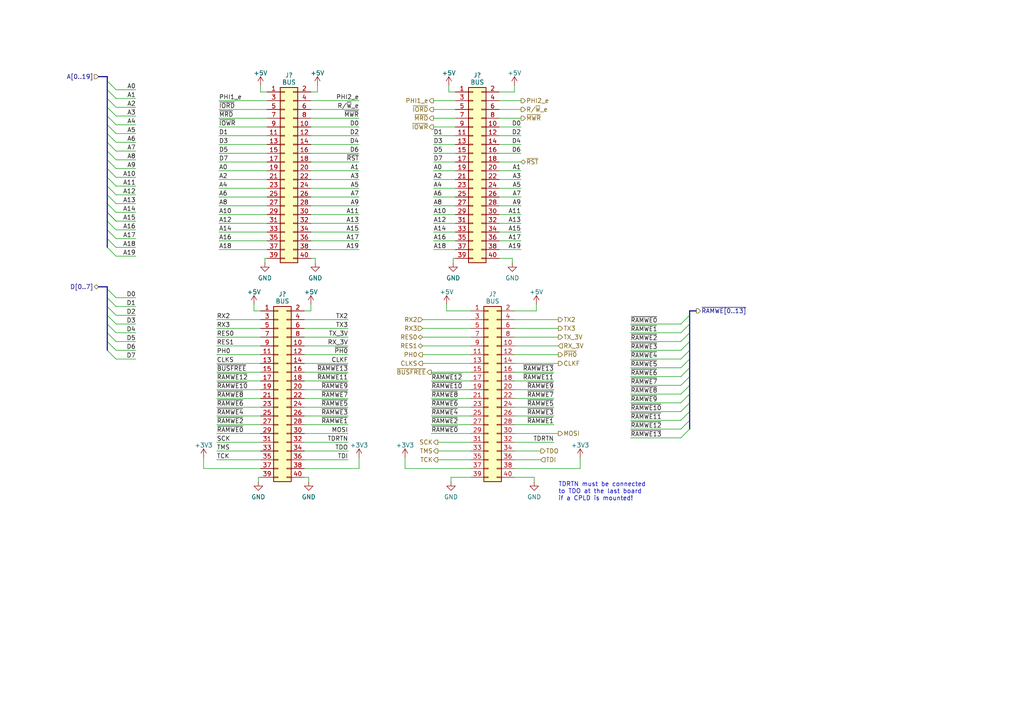
<source format=kicad_sch>
(kicad_sch (version 20230121) (generator eeschema)
  (paper "A4")
  (title_block (title "Unicomp v2 - empty Board") (date "2023-07-06") (rev "v1") (company "100% Offner") (comment 1 "v1: Initial"))
  (lib_symbols
    (symbol "Connector_Generic:Conn_02x20_Odd_Even" (pin_names (offset 1.016) hide)
      (property "Reference" "J" (at 1.27 25.4 0))
      (property "Value" "Conn_02x20_Odd_Even" (at 1.27 -27.94 0))
      (symbol "Conn_02x20_Odd_Even_1_1"
        (rectangle (start -1.27 -25.273) (end 0 -25.527) (stroke (width 0.1524)))
        (rectangle (start -1.27 -22.733) (end 0 -22.987) (stroke (width 0.1524)))
        (rectangle (start -1.27 -20.193) (end 0 -20.447) (stroke (width 0.1524)))
        (rectangle (start -1.27 -17.653) (end 0 -17.907) (stroke (width 0.1524)))
        (rectangle (start -1.27 -15.113) (end 0 -15.367) (stroke (width 0.1524)))
        (rectangle (start -1.27 -12.573) (end 0 -12.827) (stroke (width 0.1524)))
        (rectangle (start -1.27 -10.033) (end 0 -10.287) (stroke (width 0.1524)))
        (rectangle (start -1.27 -7.493) (end 0 -7.747) (stroke (width 0.1524)))
        (rectangle (start -1.27 -4.953) (end 0 -5.207) (stroke (width 0.1524)))
        (rectangle (start -1.27 -2.413) (end 0 -2.667) (stroke (width 0.1524)))
        (rectangle (start -1.27 0.127) (end 0 -0.127) (stroke (width 0.1524)))
        (rectangle (start -1.27 2.667) (end 0 2.413) (stroke (width 0.1524)))
        (rectangle (start -1.27 5.207) (end 0 4.953) (stroke (width 0.1524)))
        (rectangle (start -1.27 7.747) (end 0 7.493) (stroke (width 0.1524)))
        (rectangle (start -1.27 10.287) (end 0 10.033) (stroke (width 0.1524)))
        (rectangle (start -1.27 12.827) (end 0 12.573) (stroke (width 0.1524)))
        (rectangle (start -1.27 15.367) (end 0 15.113) (stroke (width 0.1524)))
        (rectangle (start -1.27 17.907) (end 0 17.653) (stroke (width 0.1524)))
        (rectangle (start -1.27 20.447) (end 0 20.193) (stroke (width 0.1524)))
        (rectangle (start -1.27 22.987) (end 0 22.733) (stroke (width 0.1524)))
        (rectangle (start -1.27 24.13) (end 3.81 -26.67) (stroke (width 0.254)) (fill (type background)))
        (rectangle (start 3.81 -25.273) (end 2.54 -25.527) (stroke (width 0.1524)))
        (rectangle (start 3.81 -22.733) (end 2.54 -22.987) (stroke (width 0.1524)))
        (rectangle (start 3.81 -20.193) (end 2.54 -20.447) (stroke (width 0.1524)))
        (rectangle (start 3.81 -17.653) (end 2.54 -17.907) (stroke (width 0.1524)))
        (rectangle (start 3.81 -15.113) (end 2.54 -15.367) (stroke (width 0.1524)))
        (rectangle (start 3.81 -12.573) (end 2.54 -12.827) (stroke (width 0.1524)))
        (rectangle (start 3.81 -10.033) (end 2.54 -10.287) (stroke (width 0.1524)))
        (rectangle (start 3.81 -7.493) (end 2.54 -7.747) (stroke (width 0.1524)))
        (rectangle (start 3.81 -4.953) (end 2.54 -5.207) (stroke (width 0.1524)))
        (rectangle (start 3.81 -2.413) (end 2.54 -2.667) (stroke (width 0.1524)))
        (rectangle (start 3.81 0.127) (end 2.54 -0.127) (stroke (width 0.1524)))
        (rectangle (start 3.81 2.667) (end 2.54 2.413) (stroke (width 0.1524)))
        (rectangle (start 3.81 5.207) (end 2.54 4.953) (stroke (width 0.1524)))
        (rectangle (start 3.81 7.747) (end 2.54 7.493) (stroke (width 0.1524)))
        (rectangle (start 3.81 10.287) (end 2.54 10.033) (stroke (width 0.1524)))
        (rectangle (start 3.81 12.827) (end 2.54 12.573) (stroke (width 0.1524)))
        (rectangle (start 3.81 15.367) (end 2.54 15.113) (stroke (width 0.1524)))
        (rectangle (start 3.81 17.907) (end 2.54 17.653) (stroke (width 0.1524)))
        (rectangle (start 3.81 20.447) (end 2.54 20.193) (stroke (width 0.1524)))
        (rectangle (start 3.81 22.987) (end 2.54 22.733) (stroke (width 0.1524)))
        (pin passive line (at -5.08 22.86 0) (length 3.81) (name "Pin_1") (number "1"))
        (pin passive line (at 7.62 12.7 180) (length 3.81) (name "Pin_10") (number "10"))
        (pin passive line (at -5.08 10.16 0) (length 3.81) (name "Pin_11") (number "11"))
        (pin passive line (at 7.62 10.16 180) (length 3.81) (name "Pin_12") (number "12"))
        (pin passive line (at -5.08 7.62 0) (length 3.81) (name "Pin_13") (number "13"))
        (pin passive line (at 7.62 7.62 180) (length 3.81) (name "Pin_14") (number "14"))
        (pin passive line (at -5.08 5.08 0) (length 3.81) (name "Pin_15") (number "15"))
        (pin passive line (at 7.62 5.08 180) (length 3.81) (name "Pin_16") (number "16"))
        (pin passive line (at -5.08 2.54 0) (length 3.81) (name "Pin_17") (number "17"))
        (pin passive line (at 7.62 2.54 180) (length 3.81) (name "Pin_18") (number "18"))
        (pin passive line (at -5.08 0 0) (length 3.81) (name "Pin_19") (number "19"))
        (pin passive line (at 7.62 22.86 180) (length 3.81) (name "Pin_2") (number "2"))
        (pin passive line (at 7.62 0 180) (length 3.81) (name "Pin_20") (number "20"))
        (pin passive line (at -5.08 -2.54 0) (length 3.81) (name "Pin_21") (number "21"))
        (pin passive line (at 7.62 -2.54 180) (length 3.81) (name "Pin_22") (number "22"))
        (pin passive line (at -5.08 -5.08 0) (length 3.81) (name "Pin_23") (number "23"))
        (pin passive line (at 7.62 -5.08 180) (length 3.81) (name "Pin_24") (number "24"))
        (pin passive line (at -5.08 -7.62 0) (length 3.81) (name "Pin_25") (number "25"))
        (pin passive line (at 7.62 -7.62 180) (length 3.81) (name "Pin_26") (number "26"))
        (pin passive line (at -5.08 -10.16 0) (length 3.81) (name "Pin_27") (number "27"))
        (pin passive line (at 7.62 -10.16 180) (length 3.81) (name "Pin_28") (number "28"))
        (pin passive line (at -5.08 -12.7 0) (length 3.81) (name "Pin_29") (number "29"))
        (pin passive line (at -5.08 20.32 0) (length 3.81) (name "Pin_3") (number "3"))
        (pin passive line (at 7.62 -12.7 180) (length 3.81) (name "Pin_30") (number "30"))
        (pin passive line (at -5.08 -15.24 0) (length 3.81) (name "Pin_31") (number "31"))
        (pin passive line (at 7.62 -15.24 180) (length 3.81) (name "Pin_32") (number "32"))
        (pin passive line (at -5.08 -17.78 0) (length 3.81) (name "Pin_33") (number "33"))
        (pin passive line (at 7.62 -17.78 180) (length 3.81) (name "Pin_34") (number "34"))
        (pin passive line (at -5.08 -20.32 0) (length 3.81) (name "Pin_35") (number "35"))
        (pin passive line (at 7.62 -20.32 180) (length 3.81) (name "Pin_36") (number "36"))
        (pin passive line (at -5.08 -22.86 0) (length 3.81) (name "Pin_37") (number "37"))
        (pin passive line (at 7.62 -22.86 180) (length 3.81) (name "Pin_38") (number "38"))
        (pin passive line (at -5.08 -25.4 0) (length 3.81) (name "Pin_39") (number "39"))
        (pin passive line (at 7.62 20.32 180) (length 3.81) (name "Pin_4") (number "4"))
        (pin passive line (at 7.62 -25.4 180) (length 3.81) (name "Pin_40") (number "40"))
        (pin passive line (at -5.08 17.78 0) (length 3.81) (name "Pin_5") (number "5"))
        (pin passive line (at 7.62 17.78 180) (length 3.81) (name "Pin_6") (number "6"))
        (pin passive line (at -5.08 15.24 0) (length 3.81) (name "Pin_7") (number "7"))
        (pin passive line (at 7.62 15.24 180) (length 3.81) (name "Pin_8") (number "8"))
        (pin passive line (at -5.08 12.7 0) (length 3.81) (name "Pin_9") (number "9"))
      )
    )
    (symbol "power:+3V3" (power) (pin_names (offset 0))
      (property "Value" "+3V3" (at 0 3.556 0))
      (symbol "+3V3_0_1"
        (polyline (pts (xy -0.762 1.27) (xy 0 2.54)))
        (polyline (pts (xy 0 0) (xy 0 2.54)))
        (polyline (pts (xy 0 2.54) (xy 0.762 1.27)))
      )
      (symbol "+3V3_1_1"
        (pin power_in line (at 0 0 90) (length 0) hide (name "+3V3") (number "1"))
      )
    )
    (symbol "power:+5V" (power) (pin_names (offset 0))
      (property "Value" "+5V" (at 0 3.556 0))
      (symbol "+5V_0_1"
        (polyline (pts (xy -0.762 1.27) (xy 0 2.54)))
        (polyline (pts (xy 0 0) (xy 0 2.54)))
        (polyline (pts (xy 0 2.54) (xy 0.762 1.27)))
      )
      (symbol "+5V_1_1"
        (pin power_in line (at 0 0 90) (length 0) hide (name "+5V") (number "1"))
      )
    )
    (symbol "power:GND" (power) (pin_names (offset 0))
      (property "Value" "GND" (at 0 -3.81 0))
      (symbol "GND_0_1"
        (polyline (pts (xy 0 0) (xy 0 -1.27) (xy 1.27 -1.27) (xy 0 -2.54) (xy -1.27 -1.27) (xy 0 -1.27)))
      )
      (symbol "GND_1_1"
        (pin power_in line (at 0 0 270) (length 0) hide (name "GND") (number "1"))
      )
    )
  )
  (bus_entry (at 200.025 101.6) (size -2.54 2.54))
  (bus_entry (at 31.115 56.515) (size 2.54 2.54))
  (bus_entry (at 31.115 48.895) (size 2.54 2.54))
  (bus_entry (at 31.115 33.655) (size 2.54 2.54))
  (bus_entry (at 31.115 61.595) (size 2.54 2.54))
  (bus_entry (at 200.025 119.38) (size -2.54 2.54))
  (bus_entry (at 31.115 71.755) (size 2.54 2.54))
  (bus_entry (at 31.115 91.44) (size 2.54 2.54))
  (bus_entry (at 200.025 93.98) (size -2.54 2.54))
  (bus_entry (at 200.025 106.68) (size -2.54 2.54))
  (bus_entry (at 31.115 83.82) (size 2.54 2.54))
  (bus_entry (at 31.115 99.06) (size 2.54 2.54))
  (bus_entry (at 200.025 121.92) (size -2.54 2.54))
  (bus_entry (at 200.025 96.52) (size -2.54 2.54))
  (bus_entry (at 31.115 36.195) (size 2.54 2.54))
  (bus_entry (at 31.115 23.495) (size 2.54 2.54))
  (bus_entry (at 31.115 66.675) (size 2.54 2.54))
  (bus_entry (at 31.115 53.975) (size 2.54 2.54))
  (bus_entry (at 200.025 91.44) (size -2.54 2.54))
  (bus_entry (at 31.115 43.815) (size 2.54 2.54))
  (bus_entry (at 31.115 86.36) (size 2.54 2.54))
  (bus_entry (at 31.115 41.275) (size 2.54 2.54))
  (bus_entry (at 31.115 46.355) (size 2.54 2.54))
  (bus_entry (at 31.115 38.735) (size 2.54 2.54))
  (bus_entry (at 31.115 31.115) (size 2.54 2.54))
  (bus_entry (at 31.115 28.575) (size 2.54 2.54))
  (bus_entry (at 200.025 99.06) (size -2.54 2.54))
  (bus_entry (at 200.025 109.22) (size -2.54 2.54))
  (bus_entry (at 31.115 96.52) (size 2.54 2.54))
  (bus_entry (at 31.115 26.035) (size 2.54 2.54))
  (bus_entry (at 31.115 88.9) (size 2.54 2.54))
  (bus_entry (at 200.025 124.46) (size -2.54 2.54))
  (bus_entry (at 200.025 116.84) (size -2.54 2.54))
  (bus_entry (at 31.115 51.435) (size 2.54 2.54))
  (bus_entry (at 31.115 61.595) (size 2.54 2.54))
  (bus_entry (at 31.115 69.215) (size 2.54 2.54))
  (bus_entry (at 31.115 59.055) (size 2.54 2.54))
  (bus_entry (at 200.025 111.76) (size -2.54 2.54))
  (bus_entry (at 200.025 104.14) (size -2.54 2.54))
  (bus_entry (at 31.115 93.98) (size 2.54 2.54))
  (bus_entry (at 200.025 114.3) (size -2.54 2.54))
  (bus_entry (at 31.115 64.135) (size 2.54 2.54))
  (bus_entry (at 31.115 101.6) (size 2.54 2.54))
  (wire (pts (xy 39.37 91.44) (xy 33.655 91.44)))
  (wire (pts (xy 125.73 41.91) (xy 132.08 41.91)))
  (wire (pts (xy 62.865 115.57) (xy 75.565 115.57)))
  (bus (pts (xy 31.115 91.44) (xy 31.115 88.9)))
  (bus (pts (xy 200.025 121.92) (xy 200.025 124.46)))
  (wire (pts (xy 154.94 138.43) (xy 149.225 138.43)))
  (bus (pts (xy 31.115 31.115) (xy 31.115 28.575)))
  (wire (pts (xy 91.44 74.93) (xy 90.17 74.93)))
  (bus (pts (xy 200.025 116.84) (xy 200.025 119.38)))
  (wire (pts (xy 62.865 105.41) (xy 75.565 105.41)))
  (wire (pts (xy 125.73 44.45) (xy 132.08 44.45)))
  (wire (pts (xy 63.5 29.21) (xy 77.47 29.21)))
  (wire (pts (xy 125.095 115.57) (xy 136.525 115.57)))
  (wire (pts (xy 144.78 57.15) (xy 151.13 57.15)))
  (wire (pts (xy 39.37 104.14) (xy 33.655 104.14)))
  (wire (pts (xy 122.555 102.87) (xy 136.525 102.87)))
  (bus (pts (xy 200.025 91.44) (xy 200.025 93.98)))
  (wire (pts (xy 125.73 39.37) (xy 132.08 39.37)))
  (wire (pts (xy 63.5 64.77) (xy 77.47 64.77)))
  (bus (pts (xy 201.93 90.17) (xy 200.025 90.17)))
  (wire (pts (xy 125.095 120.65) (xy 136.525 120.65)))
  (wire (pts (xy 88.265 118.11) (xy 100.965 118.11)))
  (wire (pts (xy 144.78 64.77) (xy 151.13 64.77)))
  (wire (pts (xy 144.78 69.85) (xy 151.13 69.85)))
  (wire (pts (xy 62.865 118.11) (xy 75.565 118.11)))
  (bus (pts (xy 200.025 93.98) (xy 200.025 96.52)))
  (wire (pts (xy 131.445 74.93) (xy 132.08 74.93)))
  (wire (pts (xy 130.81 138.43) (xy 136.525 138.43)))
  (wire (pts (xy 168.275 132.715) (xy 168.275 135.89)))
  (wire (pts (xy 88.265 100.33) (xy 100.965 100.33)))
  (wire (pts (xy 122.555 95.25) (xy 136.525 95.25)))
  (wire (pts (xy 90.17 64.77) (xy 104.14 64.77)))
  (wire (pts (xy 149.225 26.67) (xy 144.78 26.67)))
  (wire (pts (xy 73.66 90.17) (xy 75.565 90.17)))
  (wire (pts (xy 39.37 69.215) (xy 33.655 69.215)))
  (wire (pts (xy 91.44 76.2) (xy 91.44 74.93)))
  (wire (pts (xy 90.17 59.69) (xy 104.14 59.69)))
  (wire (pts (xy 63.5 36.83) (xy 77.47 36.83)))
  (wire (pts (xy 63.5 39.37) (xy 77.47 39.37)))
  (wire (pts (xy 125.73 69.85) (xy 132.08 69.85)))
  (wire (pts (xy 125.095 125.73) (xy 136.525 125.73)))
  (wire (pts (xy 62.865 130.81) (xy 75.565 130.81)))
  (wire (pts (xy 149.225 135.89) (xy 168.275 135.89)))
  (wire (pts (xy 148.59 76.2) (xy 148.59 74.93)))
  (bus (pts (xy 31.115 99.06) (xy 31.115 96.52)))
  (bus (pts (xy 31.115 88.9) (xy 31.115 86.36)))
  (wire (pts (xy 125.73 46.99) (xy 132.08 46.99)))
  (wire (pts (xy 75.565 24.765) (xy 75.565 26.67)))
  (wire (pts (xy 122.555 92.71) (xy 136.525 92.71)))
  (wire (pts (xy 125.73 31.75) (xy 132.08 31.75)))
  (wire (pts (xy 182.88 99.06) (xy 197.485 99.06)))
  (wire (pts (xy 39.37 36.195) (xy 33.655 36.195)))
  (wire (pts (xy 62.865 92.71) (xy 75.565 92.71)))
  (wire (pts (xy 39.37 56.515) (xy 33.655 56.515)))
  (bus (pts (xy 31.115 64.135) (xy 31.115 61.595)))
  (wire (pts (xy 39.37 61.595) (xy 33.655 61.595)))
  (wire (pts (xy 149.225 128.27) (xy 160.655 128.27)))
  (wire (pts (xy 149.225 24.765) (xy 149.225 26.67)))
  (wire (pts (xy 88.265 95.25) (xy 100.965 95.25)))
  (wire (pts (xy 125.73 57.15) (xy 132.08 57.15)))
  (wire (pts (xy 39.37 51.435) (xy 33.655 51.435)))
  (wire (pts (xy 90.17 36.83) (xy 104.14 36.83)))
  (wire (pts (xy 76.835 74.93) (xy 77.47 74.93)))
  (wire (pts (xy 88.265 102.87) (xy 100.965 102.87)))
  (wire (pts (xy 39.37 48.895) (xy 33.655 48.895)))
  (bus (pts (xy 31.115 43.815) (xy 31.115 41.275)))
  (wire (pts (xy 92.075 24.765) (xy 92.075 26.67)))
  (wire (pts (xy 90.17 31.75) (xy 104.14 31.75)))
  (bus (pts (xy 31.115 86.36) (xy 31.115 83.82)))
  (wire (pts (xy 39.37 88.9) (xy 33.655 88.9)))
  (bus (pts (xy 200.025 90.17) (xy 200.025 91.44)))
  (wire (pts (xy 62.865 100.33) (xy 75.565 100.33)))
  (bus (pts (xy 31.115 69.215) (xy 31.115 66.675)))
  (wire (pts (xy 39.37 46.355) (xy 33.655 46.355)))
  (wire (pts (xy 125.73 59.69) (xy 132.08 59.69)))
  (wire (pts (xy 39.37 96.52) (xy 33.655 96.52)))
  (wire (pts (xy 39.37 38.735) (xy 33.655 38.735)))
  (wire (pts (xy 125.095 110.49) (xy 136.525 110.49)))
  (wire (pts (xy 125.73 36.83) (xy 132.08 36.83)))
  (wire (pts (xy 125.73 52.07) (xy 132.08 52.07)))
  (wire (pts (xy 39.37 33.655) (xy 33.655 33.655)))
  (wire (pts (xy 63.5 31.75) (xy 77.47 31.75)))
  (wire (pts (xy 73.66 88.265) (xy 73.66 90.17)))
  (wire (pts (xy 149.225 92.71) (xy 161.925 92.71)))
  (wire (pts (xy 130.175 26.67) (xy 132.08 26.67)))
  (bus (pts (xy 200.025 109.22) (xy 200.025 111.76)))
  (wire (pts (xy 149.225 125.73) (xy 161.925 125.73)))
  (wire (pts (xy 149.225 110.49) (xy 160.655 110.49)))
  (bus (pts (xy 31.115 38.735) (xy 31.115 36.195)))
  (wire (pts (xy 63.5 52.07) (xy 77.47 52.07)))
  (wire (pts (xy 127 130.81) (xy 136.525 130.81)))
  (wire (pts (xy 62.865 113.03) (xy 75.565 113.03)))
  (wire (pts (xy 182.88 106.68) (xy 197.485 106.68)))
  (wire (pts (xy 88.265 105.41) (xy 100.965 105.41)))
  (bus (pts (xy 200.025 96.52) (xy 200.025 99.06)))
  (bus (pts (xy 31.115 93.98) (xy 31.115 91.44)))
  (wire (pts (xy 39.37 43.815) (xy 33.655 43.815)))
  (wire (pts (xy 76.835 76.2) (xy 76.835 74.93)))
  (wire (pts (xy 63.5 72.39) (xy 77.47 72.39)))
  (wire (pts (xy 149.225 120.65) (xy 160.655 120.65)))
  (wire (pts (xy 90.17 69.85) (xy 104.14 69.85)))
  (wire (pts (xy 149.225 123.19) (xy 160.655 123.19)))
  (wire (pts (xy 63.5 62.23) (xy 77.47 62.23)))
  (wire (pts (xy 88.265 120.65) (xy 100.965 120.65)))
  (wire (pts (xy 149.225 113.03) (xy 160.655 113.03)))
  (wire (pts (xy 63.5 59.69) (xy 77.47 59.69)))
  (wire (pts (xy 182.88 104.14) (xy 197.485 104.14)))
  (wire (pts (xy 182.88 116.84) (xy 197.485 116.84)))
  (wire (pts (xy 59.055 135.89) (xy 75.565 135.89)))
  (wire (pts (xy 149.225 105.41) (xy 161.925 105.41)))
  (wire (pts (xy 122.555 97.79) (xy 136.525 97.79)))
  (wire (pts (xy 90.17 57.15) (xy 104.14 57.15)))
  (wire (pts (xy 88.265 115.57) (xy 100.965 115.57)))
  (wire (pts (xy 125.73 62.23) (xy 132.08 62.23)))
  (bus (pts (xy 31.115 51.435) (xy 31.115 48.895)))
  (bus (pts (xy 31.115 53.975) (xy 31.115 51.435)))
  (wire (pts (xy 39.37 64.135) (xy 33.655 64.135)))
  (wire (pts (xy 149.225 95.25) (xy 161.925 95.25)))
  (wire (pts (xy 144.78 62.23) (xy 151.13 62.23)))
  (wire (pts (xy 125.73 34.29) (xy 132.08 34.29)))
  (bus (pts (xy 31.115 71.755) (xy 31.115 69.215)))
  (wire (pts (xy 144.78 67.31) (xy 151.13 67.31)))
  (wire (pts (xy 63.5 54.61) (xy 77.47 54.61)))
  (bus (pts (xy 31.115 48.895) (xy 31.115 46.355)))
  (wire (pts (xy 39.37 99.06) (xy 33.655 99.06)))
  (bus (pts (xy 31.115 28.575) (xy 31.115 26.035)))
  (wire (pts (xy 125.73 67.31) (xy 132.08 67.31)))
  (wire (pts (xy 144.78 49.53) (xy 151.13 49.53)))
  (wire (pts (xy 39.37 86.36) (xy 33.655 86.36)))
  (bus (pts (xy 31.115 83.185) (xy 28.575 83.185)))
  (wire (pts (xy 127 133.35) (xy 136.525 133.35)))
  (wire (pts (xy 90.17 88.265) (xy 90.17 90.17)))
  (wire (pts (xy 182.88 101.6) (xy 197.485 101.6)))
  (wire (pts (xy 63.5 34.29) (xy 77.47 34.29)))
  (wire (pts (xy 144.78 34.29) (xy 151.13 34.29)))
  (wire (pts (xy 88.265 113.03) (xy 100.965 113.03)))
  (wire (pts (xy 63.5 46.99) (xy 77.47 46.99)))
  (wire (pts (xy 155.575 90.17) (xy 149.225 90.17)))
  (wire (pts (xy 144.78 29.21) (xy 151.13 29.21)))
  (wire (pts (xy 149.225 130.81) (xy 156.845 130.81)))
  (wire (pts (xy 75.565 26.67) (xy 77.47 26.67)))
  (wire (pts (xy 182.88 96.52) (xy 197.485 96.52)))
  (wire (pts (xy 88.265 133.35) (xy 100.965 133.35)))
  (wire (pts (xy 62.865 125.73) (xy 75.565 125.73)))
  (wire (pts (xy 88.265 128.27) (xy 100.965 128.27)))
  (wire (pts (xy 131.445 76.2) (xy 131.445 74.93)))
  (bus (pts (xy 200.025 106.68) (xy 200.025 109.22)))
  (wire (pts (xy 125.095 123.19) (xy 136.525 123.19)))
  (wire (pts (xy 149.225 100.33) (xy 161.925 100.33)))
  (wire (pts (xy 125.73 72.39) (xy 132.08 72.39)))
  (wire (pts (xy 149.225 97.79) (xy 161.925 97.79)))
  (wire (pts (xy 125.095 113.03) (xy 136.525 113.03)))
  (wire (pts (xy 39.37 74.295) (xy 33.655 74.295)))
  (bus (pts (xy 200.025 114.3) (xy 200.025 116.84)))
  (wire (pts (xy 154.94 139.7) (xy 154.94 138.43)))
  (wire (pts (xy 90.17 44.45) (xy 104.14 44.45)))
  (wire (pts (xy 144.78 54.61) (xy 151.13 54.61)))
  (wire (pts (xy 117.475 135.89) (xy 136.525 135.89)))
  (wire (pts (xy 88.265 125.73) (xy 100.965 125.73)))
  (wire (pts (xy 62.865 102.87) (xy 75.565 102.87)))
  (wire (pts (xy 122.555 100.33) (xy 136.525 100.33)))
  (wire (pts (xy 88.265 130.81) (xy 100.965 130.81)))
  (wire (pts (xy 89.535 139.7) (xy 89.535 138.43)))
  (bus (pts (xy 31.115 56.515) (xy 31.115 53.975)))
  (wire (pts (xy 63.5 69.85) (xy 77.47 69.85)))
  (wire (pts (xy 39.37 31.115) (xy 33.655 31.115)))
  (wire (pts (xy 88.265 135.89) (xy 104.14 135.89)))
  (wire (pts (xy 62.865 110.49) (xy 75.565 110.49)))
  (wire (pts (xy 129.54 90.17) (xy 136.525 90.17)))
  (wire (pts (xy 90.17 62.23) (xy 104.14 62.23)))
  (wire (pts (xy 88.265 110.49) (xy 100.965 110.49)))
  (wire (pts (xy 62.865 95.25) (xy 75.565 95.25)))
  (wire (pts (xy 90.17 49.53) (xy 104.14 49.53)))
  (bus (pts (xy 31.115 46.355) (xy 31.115 43.815)))
  (wire (pts (xy 62.865 123.19) (xy 75.565 123.19)))
  (wire (pts (xy 149.225 118.11) (xy 160.655 118.11)))
  (wire (pts (xy 88.265 107.95) (xy 100.965 107.95)))
  (wire (pts (xy 92.075 26.67) (xy 90.17 26.67)))
  (bus (pts (xy 200.025 119.38) (xy 200.025 121.92)))
  (wire (pts (xy 144.78 44.45) (xy 151.13 44.45)))
  (wire (pts (xy 129.54 88.265) (xy 129.54 90.17)))
  (wire (pts (xy 144.78 59.69) (xy 151.13 59.69)))
  (bus (pts (xy 200.025 111.76) (xy 200.025 114.3)))
  (wire (pts (xy 125.73 54.61) (xy 132.08 54.61)))
  (wire (pts (xy 125.095 118.11) (xy 136.525 118.11)))
  (wire (pts (xy 63.5 67.31) (xy 77.47 67.31)))
  (wire (pts (xy 182.88 114.3) (xy 197.485 114.3)))
  (wire (pts (xy 90.17 90.17) (xy 88.265 90.17)))
  (wire (pts (xy 63.5 41.91) (xy 77.47 41.91)))
  (wire (pts (xy 39.37 59.055) (xy 33.655 59.055)))
  (wire (pts (xy 63.5 44.45) (xy 77.47 44.45)))
  (wire (pts (xy 182.88 111.76) (xy 197.485 111.76)))
  (wire (pts (xy 127 128.27) (xy 136.525 128.27)))
  (wire (pts (xy 39.37 93.98) (xy 33.655 93.98)))
  (wire (pts (xy 39.37 101.6) (xy 33.655 101.6)))
  (wire (pts (xy 144.78 31.75) (xy 151.13 31.75)))
  (wire (pts (xy 149.225 107.95) (xy 160.655 107.95)))
  (bus (pts (xy 31.115 36.195) (xy 31.115 33.655)))
  (wire (pts (xy 59.055 132.715) (xy 59.055 135.89)))
  (wire (pts (xy 90.17 41.91) (xy 104.14 41.91)))
  (wire (pts (xy 62.865 133.35) (xy 75.565 133.35)))
  (wire (pts (xy 63.5 57.15) (xy 77.47 57.15)))
  (wire (pts (xy 148.59 74.93) (xy 144.78 74.93)))
  (wire (pts (xy 90.17 39.37) (xy 104.14 39.37)))
  (wire (pts (xy 90.17 34.29) (xy 104.14 34.29)))
  (wire (pts (xy 39.37 41.275) (xy 33.655 41.275)))
  (wire (pts (xy 125.73 64.77) (xy 132.08 64.77)))
  (wire (pts (xy 39.37 28.575) (xy 33.655 28.575)))
  (wire (pts (xy 182.88 119.38) (xy 197.485 119.38)))
  (wire (pts (xy 149.225 133.35) (xy 156.845 133.35)))
  (wire (pts (xy 144.78 41.91) (xy 151.13 41.91)))
  (wire (pts (xy 144.78 46.99) (xy 151.13 46.99)))
  (wire (pts (xy 182.88 109.22) (xy 197.485 109.22)))
  (wire (pts (xy 74.93 139.7) (xy 74.93 138.43)))
  (bus (pts (xy 31.115 59.055) (xy 31.115 56.515)))
  (wire (pts (xy 117.475 132.715) (xy 117.475 135.89)))
  (bus (pts (xy 31.115 41.275) (xy 31.115 38.735)))
  (wire (pts (xy 125.73 29.21) (xy 132.08 29.21)))
  (wire (pts (xy 149.225 102.87) (xy 161.925 102.87)))
  (bus (pts (xy 31.115 26.035) (xy 31.115 23.495)))
  (wire (pts (xy 62.865 97.79) (xy 75.565 97.79)))
  (wire (pts (xy 125.095 107.95) (xy 136.525 107.95)))
  (wire (pts (xy 89.535 138.43) (xy 88.265 138.43)))
  (wire (pts (xy 182.88 127) (xy 197.485 127)))
  (bus (pts (xy 31.115 61.595) (xy 31.115 59.055)))
  (wire (pts (xy 88.265 123.19) (xy 100.965 123.19)))
  (wire (pts (xy 39.37 71.755) (xy 33.655 71.755)))
  (wire (pts (xy 39.37 66.675) (xy 33.655 66.675)))
  (bus (pts (xy 31.115 23.495) (xy 31.115 22.225)))
  (bus (pts (xy 200.025 99.06) (xy 200.025 101.6)))
  (wire (pts (xy 130.175 24.765) (xy 130.175 26.67)))
  (wire (pts (xy 155.575 88.265) (xy 155.575 90.17)))
  (wire (pts (xy 62.865 120.65) (xy 75.565 120.65)))
  (bus (pts (xy 31.115 96.52) (xy 31.115 93.98)))
  (wire (pts (xy 90.17 67.31) (xy 104.14 67.31)))
  (wire (pts (xy 63.5 49.53) (xy 77.47 49.53)))
  (wire (pts (xy 104.14 132.715) (xy 104.14 135.89)))
  (wire (pts (xy 182.88 121.92) (xy 197.485 121.92)))
  (wire (pts (xy 74.93 138.43) (xy 75.565 138.43)))
  (wire (pts (xy 90.17 29.21) (xy 104.14 29.21)))
  (bus (pts (xy 200.025 101.6) (xy 200.025 104.14)))
  (wire (pts (xy 90.17 52.07) (xy 104.14 52.07)))
  (wire (pts (xy 90.17 54.61) (xy 104.14 54.61)))
  (wire (pts (xy 130.81 139.7) (xy 130.81 138.43)))
  (wire (pts (xy 125.73 49.53) (xy 132.08 49.53)))
  (wire (pts (xy 39.37 26.035) (xy 33.655 26.035)))
  (bus (pts (xy 31.115 83.82) (xy 31.115 83.185)))
  (wire (pts (xy 182.88 124.46) (xy 197.485 124.46)))
  (wire (pts (xy 144.78 72.39) (xy 151.13 72.39)))
  (wire (pts (xy 62.865 128.27) (xy 75.565 128.27)))
  (bus (pts (xy 31.115 101.6) (xy 31.115 99.06)))
  (wire (pts (xy 90.17 72.39) (xy 104.14 72.39)))
  (wire (pts (xy 88.265 92.71) (xy 100.965 92.71)))
  (bus (pts (xy 31.115 66.675) (xy 31.115 64.135)))
  (wire (pts (xy 144.78 39.37) (xy 151.13 39.37)))
  (bus (pts (xy 200.025 104.14) (xy 200.025 106.68)))
  (wire (pts (xy 88.265 97.79) (xy 100.965 97.79)))
  (wire (pts (xy 144.78 52.07) (xy 151.13 52.07)))
  (wire (pts (xy 182.88 93.98) (xy 197.485 93.98)))
  (wire (pts (xy 62.865 107.95) (xy 75.565 107.95)))
  (wire (pts (xy 90.17 46.99) (xy 104.14 46.99)))
  (bus (pts (xy 31.115 22.225) (xy 28.575 22.225)))
  (wire (pts (xy 144.78 36.83) (xy 151.13 36.83)))
  (wire (pts (xy 122.555 105.41) (xy 136.525 105.41)))
  (wire (pts (xy 39.37 53.975) (xy 33.655 53.975)))
  (wire (pts (xy 149.225 115.57) (xy 160.655 115.57)))
  (bus (pts (xy 31.115 33.655) (xy 31.115 31.115)))
  (text "TDRTN must be connected \nto TDO at the last board\nif a CPLD is mounted!" (at 161.925 145.415 0) (effects (font (size 1.27 1.27)) (justify left bottom)))
  (label "D7" (at 63.5 46.99 0))
  (label "~{RAMWE0}" (at 62.865 125.73 0))
  (label "~{RAMWE3}" (at 160.655 120.65 180))
  (label "~{RAMWE10}" (at 182.88 119.38 0))
  (label "~{RAMWE2}" (at 125.095 123.19 0))
  (label "~{RAMWE9}" (at 100.965 113.03 180))
  (label "A19" (at 151.13 72.39 180))
  (label "TDRTN" (at 100.965 128.27 180))
  (label "A15" (at 151.13 67.31 180))
  (label "A0" (at 39.37 26.035 180))
  (label "A17" (at 39.37 69.215 180))
  (label "RES1" (at 62.865 100.33 0))
  (label "A17" (at 104.14 69.85 180))
  (label "A0" (at 63.5 49.53 0))
  (label "A6" (at 63.5 57.15 0))
  (label "~{RAMWE5}" (at 182.88 106.68 0))
  (label "TX3" (at 100.965 95.25 180))
  (label "PH0" (at 62.865 102.87 0))
  (label "~{RAMWE10}" (at 62.865 113.03 0))
  (label "A18" (at 63.5 72.39 0))
  (label "CLKS" (at 62.865 105.41 0))
  (label "~{RAMWE4}" (at 125.095 120.65 0))
  (label "A7" (at 151.13 57.15 180))
  (label "A17" (at 151.13 69.85 180))
  (label "~{RAMWE4}" (at 62.865 120.65 0))
  (label "D7" (at 125.73 46.99 0))
  (label "~{BUSFREE}" (at 62.865 107.95 0))
  (label "~{RAMWE11}" (at 182.88 121.92 0))
  (label "A11" (at 151.13 62.23 180))
  (label "D6" (at 151.13 44.45 180))
  (label "D2" (at 39.37 91.44 180))
  (label "D7" (at 39.37 104.14 180))
  (label "A13" (at 104.14 64.77 180))
  (label "A0" (at 125.73 49.53 0))
  (label "A16" (at 63.5 69.85 0))
  (label "A5" (at 39.37 38.735 180))
  (label "A15" (at 39.37 64.135 180))
  (label "A9" (at 39.37 48.895 180))
  (label "A4" (at 125.73 54.61 0))
  (label "TDI" (at 100.965 133.35 180))
  (label "CLKF" (at 100.965 105.41 180))
  (label "A5" (at 104.14 54.61 180))
  (label "A12" (at 63.5 64.77 0))
  (label "D2" (at 104.14 39.37 180))
  (label "A8" (at 63.5 59.69 0))
  (label "D5" (at 39.37 99.06 180))
  (label "~{RAMWE7}" (at 100.965 115.57 180))
  (label "A11" (at 39.37 53.975 180))
  (label "~{RAMWE11}" (at 160.655 110.49 180))
  (label "A2" (at 63.5 52.07 0))
  (label "A5" (at 151.13 54.61 180))
  (label "MOSI" (at 100.965 125.73 180))
  (label "A11" (at 104.14 62.23 180))
  (label "A7" (at 104.14 57.15 180))
  (label "A10" (at 39.37 51.435 180))
  (label "~{RAMWE13}" (at 160.655 107.95 180))
  (label "A16" (at 125.73 69.85 0))
  (label "~{RAMWE13}" (at 100.965 107.95 180))
  (label "A9" (at 151.13 59.69 180))
  (label "~{RAMWE10}" (at 125.095 113.03 0))
  (label "~{IORD}" (at 63.5 31.75 0))
  (label "A3" (at 151.13 52.07 180))
  (label "A2" (at 125.73 52.07 0))
  (label "TX2" (at 100.965 92.71 180))
  (label "~{RAMWE9}" (at 182.88 116.84 0))
  (label "TDO" (at 100.965 130.81 180))
  (label "~{RAMWE3}" (at 100.965 120.65 180))
  (label "~{RAMWE1}" (at 182.88 96.52 0))
  (label "D0" (at 39.37 86.36 180))
  (label "A7" (at 39.37 43.815 180))
  (label "A15" (at 104.14 67.31 180))
  (label "~{RAMWE5}" (at 160.655 118.11 180))
  (label "~{RAMWE12}" (at 182.88 124.46 0))
  (label "RX3" (at 62.865 95.25 0))
  (label "~{MWR}" (at 104.14 34.29 180))
  (label "A19" (at 104.14 72.39 180))
  (label "D3" (at 63.5 41.91 0))
  (label "D4" (at 151.13 41.91 180))
  (label "A3" (at 39.37 33.655 180))
  (label "D0" (at 151.13 36.83 180))
  (label "A14" (at 63.5 67.31 0))
  (label "TDRTN" (at 160.655 128.27 180))
  (label "A10" (at 125.73 62.23 0))
  (label "~{RST}" (at 104.14 46.99 180))
  (label "~{RAMWE7}" (at 182.88 111.76 0))
  (label "D1" (at 125.73 39.37 0))
  (label "~{RAMWE12}" (at 125.095 110.49 0))
  (label "D4" (at 104.14 41.91 180))
  (label "A12" (at 39.37 56.515 180))
  (label "~{RAMWE12}" (at 62.865 110.49 0))
  (label "D1" (at 39.37 88.9 180))
  (label "~{RAMWE5}" (at 100.965 118.11 180))
  (label "D5" (at 125.73 44.45 0))
  (label "SCK" (at 62.865 128.27 0))
  (label "A8" (at 125.73 59.69 0))
  (label "TX_3V" (at 100.965 97.79 180))
  (label "D3" (at 39.37 93.98 180))
  (label "~{RAMWE13}" (at 182.88 127 0))
  (label "~{IOWR}" (at 63.5 36.83 0))
  (label "A4" (at 39.37 36.195 180))
  (label "~{RAMWE0}" (at 125.095 125.73 0))
  (label "~{RAMWE8}" (at 125.095 115.57 0))
  (label "A10" (at 63.5 62.23 0))
  (label "A14" (at 39.37 61.595 180))
  (label "~{RAMWE2}" (at 62.865 123.19 0))
  (label "D6" (at 104.14 44.45 180))
  (label "~{RAMWE8}" (at 182.88 114.3 0))
  (label "A2" (at 39.37 31.115 180))
  (label "D5" (at 63.5 44.45 0))
  (label "R{slash}~{W}_e" (at 104.14 31.75 180))
  (label "D2" (at 151.13 39.37 180))
  (label "PHI2_e" (at 104.14 29.21 180))
  (label "D1" (at 63.5 39.37 0))
  (label "A6" (at 125.73 57.15 0))
  (label "~{RAMWE3}" (at 182.88 101.6 0))
  (label "A13" (at 39.37 59.055 180))
  (label "~{RAMWE6}" (at 125.095 118.11 0))
  (label "A14" (at 125.73 67.31 0))
  (label "~{RAMWE6}" (at 182.88 109.22 0))
  (label "~{RAMWE2}" (at 182.88 99.06 0))
  (label "~{RAMWE8}" (at 62.865 115.57 0))
  (label "RX2" (at 62.865 92.71 0))
  (label "A18" (at 39.37 71.755 180))
  (label "A13" (at 151.13 64.77 180))
  (label "A1" (at 104.14 49.53 180))
  (label "~{RAMWE9}" (at 160.655 113.03 180))
  (label "A12" (at 125.73 64.77 0))
  (label "A3" (at 104.14 52.07 180))
  (label "TMS" (at 62.865 130.81 0))
  (label "A4" (at 63.5 54.61 0))
  (label "~{RAMWE4}" (at 182.88 104.14 0))
  (label "D3" (at 125.73 41.91 0))
  (label "TCK" (at 62.865 133.35 0))
  (label "D6" (at 39.37 101.6 180))
  (label "D4" (at 39.37 96.52 180))
  (label "A9" (at 104.14 59.69 180))
  (label "RX_3V" (at 100.965 100.33 180))
  (label "A6" (at 39.37 41.275 180))
  (label "A18" (at 125.73 72.39 0))
  (label "~{RAMWE0}" (at 182.88 93.98 0))
  (label "~{RAMWE1}" (at 100.965 123.19 180))
  (label "D0" (at 104.14 36.83 180))
  (label "~{RAMWE11}" (at 100.965 110.49 180))
  (label "~{MRD}" (at 63.5 34.29 0))
  (label "A19" (at 39.37 74.295 180))
  (label "PHI1_e" (at 63.5 29.21 0))
  (label "RES0" (at 62.865 97.79 0))
  (label "~{RAMWE7}" (at 160.655 115.57 180))
  (label "~{PH0}" (at 100.965 102.87 180))
  (label "~{RAMWE6}" (at 62.865 118.11 0))
  (label "A16" (at 39.37 66.675 180))
  (label "A8" (at 39.37 46.355 180))
  (label "A1" (at 39.37 28.575 180))
  (label "A1" (at 151.13 49.53 180))
  (label "~{RAMWE1}" (at 160.655 123.19 180))
  (hierarchical_label "CLKF" (shape output) (at 161.925 105.41 0))
  (hierarchical_label "RX2" (shape input) (at 122.555 92.71 180))
  (hierarchical_label "MOSI" (shape output) (at 161.925 125.73 0))
  (hierarchical_label "RES0" (shape bidirectional) (at 122.555 97.79 180))
  (hierarchical_label "TX_3V" (shape output) (at 161.925 97.79 0))
  (hierarchical_label "TX3" (shape output) (at 161.925 95.25 0))
  (hierarchical_label "TMS" (shape output) (at 127 130.81 180))
  (hierarchical_label "D[0..7]" (shape bidirectional) (at 28.575 83.185 180))
  (hierarchical_label "~{IOWR}" (shape output) (at 125.73 36.83 180))
  (hierarchical_label "A[0..19]" (shape input) (at 28.575 22.225 180))
  (hierarchical_label "~{PH0}" (shape output) (at 161.925 102.87 0))
  (hierarchical_label "RES1" (shape bidirectional) (at 122.555 100.33 180))
  (hierarchical_label "~{BUSFREE}" (shape output) (at 125.095 107.95 180))
  (hierarchical_label "PH0" (shape output) (at 122.555 102.87 180))
  (hierarchical_label "~{RST}" (shape bidirectional) (at 151.13 46.99 0))
  (hierarchical_label "RX3" (shape input) (at 122.555 95.25 180))
  (hierarchical_label "TDO" (shape output) (at 156.845 130.81 0))
  (hierarchical_label "PHI1_e" (shape output) (at 125.73 29.21 180))
  (hierarchical_label "~{IORD}" (shape output) (at 125.73 31.75 180))
  (hierarchical_label "TCK" (shape output) (at 127 133.35 180))
  (hierarchical_label "~{MRD}" (shape output) (at 125.73 34.29 180))
  (hierarchical_label "~{MWR}" (shape output) (at 151.13 34.29 0))
  (hierarchical_label "~{RAMWE[0..13]}" (shape output) (at 201.93 90.17 0))
  (hierarchical_label "SCK" (shape output) (at 127 128.27 180))
  (hierarchical_label "TX2" (shape output) (at 161.925 92.71 0))
  (hierarchical_label "R{slash}~{W}_e" (shape output) (at 151.13 31.75 0))
  (hierarchical_label "TDI" (shape input) (at 156.845 133.35 0))
  (hierarchical_label "CLKS" (shape output) (at 122.555 105.41 180))
  (hierarchical_label "RX_3V" (shape input) (at 161.925 100.33 0))
  (hierarchical_label "PHI2_e" (shape output) (at 151.13 29.21 0))
  (symbol (lib_id "power:+3V3") (at 168.275 132.715 0) (unit 1)
    (property "Reference" "#PWR?" (effects hide))
    (property "Value" "+3V3" (at 168.275 129.1392 0))
    (instances (project "empty_board_w_mapping_ram2" (path "" (reference "#PWR?") (unit 1)) (path "" (reference "#PWR031") (unit 1))))
  )
  (symbol (lib_id "Connector_Generic:Conn_02x20_Odd_Even") (at 80.645 113.03 0) (unit 1)
    (property "Reference" "J?" (at 81.915 85.32 0))
    (property "Value" "BUS" (at 81.915 87.368 0))
    (property "Footprint" "Connector_PinSocket_2.54mm:PinSocket_2x20_P2.54mm_Vertical" (effects hide))
    (instances (project "empty_board_w_mapping_ram2" (path "" (reference "J?") (unit 1)) (path "" (reference "J2") (unit 1))))
  )
  (symbol (lib_id "power:+5V") (at 73.66 88.265 0) (unit 1)
    (property "Reference" "#PWR?" (effects hide))
    (property "Value" "+5V" (at 73.66 84.6892 0))
    (instances (project "empty_board_w_mapping_ram2" (path "" (reference "#PWR?") (unit 1)) (path "" (reference "#PWR016") (unit 1))))
  )
  (symbol (lib_id "power:GND") (at 76.835 76.2 0) (unit 1)
    (property "Reference" "#PWR?" (effects hide))
    (property "Value" "GND" (at 76.835 80.6434 0))
    (instances (project "empty_board_w_mapping_ram2" (path "" (reference "#PWR?") (unit 1)) (path "" (reference "#PWR023") (unit 1))))
  )
  (symbol (lib_id "power:+5V") (at 75.565 24.765 0) (unit 1)
    (property "Reference" "#PWR?" (effects hide))
    (property "Value" "+5V" (at 75.565 21.1892 0))
    (instances (project "empty_board_w_mapping_ram2" (path "" (reference "#PWR?") (unit 1)) (path "" (reference "#PWR019") (unit 1))))
  )
  (symbol (lib_id "power:+5V") (at 90.17 88.265 0) (mirror y) (unit 1)
    (property "Reference" "#PWR?" (effects hide))
    (property "Value" "+5V" (at 90.17 84.6892 0))
    (instances (project "empty_board_w_mapping_ram2" (path "" (reference "#PWR?") (unit 1)) (path "" (reference "#PWR017") (unit 1))))
  )
  (symbol (lib_id "power:GND") (at 74.93 139.7 0) (unit 1)
    (property "Reference" "#PWR?" (effects hide))
    (property "Value" "GND" (at 74.93 144.1434 0))
    (instances (project "empty_board_w_mapping_ram2" (path "" (reference "#PWR?") (unit 1)) (path "" (reference "#PWR032") (unit 1))))
  )
  (symbol (lib_id "power:GND") (at 91.44 76.2 0) (unit 1)
    (property "Reference" "#PWR?" (effects hide))
    (property "Value" "GND" (at 91.44 80.6434 0))
    (instances (project "empty_board_w_mapping_ram2" (path "" (reference "#PWR?") (unit 1)) (path "" (reference "#PWR024") (unit 1))))
  )
  (symbol (lib_id "power:+5V") (at 155.575 88.265 0) (mirror y) (unit 1)
    (property "Reference" "#PWR?" (effects hide))
    (property "Value" "+5V" (at 155.575 84.6892 0))
    (instances (project "empty_board_w_mapping_ram2" (path "" (reference "#PWR?") (unit 1)) (path "" (reference "#PWR027") (unit 1))))
  )
  (symbol (lib_id "power:+3V3") (at 104.14 132.715 0) (unit 1)
    (property "Reference" "#PWR?" (effects hide))
    (property "Value" "+3V3" (at 104.14 129.1392 0))
    (instances (project "empty_board_w_mapping_ram2" (path "" (reference "#PWR?") (unit 1)) (path "" (reference "#PWR029") (unit 1))))
  )
  (symbol (lib_id "power:+5V") (at 130.175 24.765 0) (unit 1)
    (property "Reference" "#PWR?" (effects hide))
    (property "Value" "+5V" (at 130.175 21.1892 0))
    (instances (project "empty_board_w_mapping_ram2" (path "" (reference "#PWR?") (unit 1)) (path "" (reference "#PWR021") (unit 1))))
  )
  (symbol (lib_id "Connector_Generic:Conn_02x20_Odd_Even") (at 137.16 49.53 0) (unit 1)
    (property "Reference" "J?" (at 138.43 21.82 0))
    (property "Value" "BUS" (at 138.43 23.868 0))
    (property "Footprint" "Connector_PinSocket_2.54mm:PinSocket_2x20_P2.54mm_Vertical" (effects hide))
    (instances (project "empty_board_w_mapping_ram2" (path "" (reference "J?") (unit 1)) (path "" (reference "J3") (unit 1))))
  )
  (symbol (lib_id "power:GND") (at 154.94 139.7 0) (unit 1)
    (property "Reference" "#PWR?" (effects hide))
    (property "Value" "GND" (at 154.94 144.1434 0))
    (instances (project "empty_board_w_mapping_ram2" (path "" (reference "#PWR?") (unit 1)) (path "" (reference "#PWR035") (unit 1))))
  )
  (symbol (lib_id "power:+3V3") (at 59.055 132.715 0) (unit 1)
    (property "Reference" "#PWR?" (effects hide))
    (property "Value" "+3V3" (at 59.055 129.1392 0))
    (instances (project "empty_board_w_mapping_ram2" (path "" (reference "#PWR?") (unit 1)) (path "" (reference "#PWR028") (unit 1))))
  )
  (symbol (lib_id "Connector_Generic:Conn_02x20_Odd_Even") (at 82.55 49.53 0) (unit 1)
    (property "Reference" "J?" (at 83.82 21.82 0))
    (property "Value" "BUS" (at 83.82 23.868 0))
    (property "Footprint" "Connector_PinSocket_2.54mm:PinSocket_2x20_P2.54mm_Vertical" (effects hide))
    (instances (project "empty_board_w_mapping_ram2" (path "" (reference "J?") (unit 1)) (path "" (reference "J1") (unit 1))))
  )
  (symbol (lib_id "power:+5V") (at 129.54 88.265 0) (unit 1)
    (property "Reference" "#PWR?" (effects hide))
    (property "Value" "+5V" (at 129.54 84.6892 0))
    (instances (project "empty_board_w_mapping_ram2" (path "" (reference "#PWR?") (unit 1)) (path "" (reference "#PWR018") (unit 1))))
  )
  (symbol (lib_id "Connector_Generic:Conn_02x20_Odd_Even") (at 141.605 113.03 0) (unit 1)
    (property "Reference" "J?" (at 142.875 85.32 0))
    (property "Value" "BUS" (at 142.875 87.368 0))
    (property "Footprint" "Connector_PinSocket_2.54mm:PinSocket_2x20_P2.54mm_Vertical" (effects hide))
    (instances (project "empty_board_w_mapping_ram2" (path "" (reference "J?") (unit 1)) (path "" (reference "J4") (unit 1))))
  )
  (symbol (lib_id "power:GND") (at 89.535 139.7 0) (unit 1)
    (property "Reference" "#PWR?" (effects hide))
    (property "Value" "GND" (at 89.535 144.1434 0))
    (instances (project "empty_board_w_mapping_ram2" (path "" (reference "#PWR?") (unit 1)) (path "" (reference "#PWR033") (unit 1))))
  )
  (symbol (lib_id "power:+5V") (at 149.225 24.765 0) (mirror y) (unit 1)
    (property "Reference" "#PWR?" (effects hide))
    (property "Value" "+5V" (at 149.225 21.1892 0))
    (instances (project "empty_board_w_mapping_ram2" (path "" (reference "#PWR?") (unit 1)) (path "" (reference "#PWR022") (unit 1))))
  )
  (symbol (lib_id "power:GND") (at 131.445 76.2 0) (unit 1)
    (property "Reference" "#PWR?" (effects hide))
    (property "Value" "GND" (at 131.445 80.6434 0))
    (instances (project "empty_board_w_mapping_ram2" (path "" (reference "#PWR?") (unit 1)) (path "" (reference "#PWR025") (unit 1))))
  )
  (symbol (lib_id "power:+3V3") (at 117.475 132.715 0) (unit 1)
    (property "Reference" "#PWR?" (effects hide))
    (property "Value" "+3V3" (at 117.475 129.1392 0))
    (instances (project "empty_board_w_mapping_ram2" (path "" (reference "#PWR?") (unit 1)) (path "" (reference "#PWR030") (unit 1))))
  )
  (symbol (lib_id "power:GND") (at 148.59 76.2 0) (unit 1)
    (property "Reference" "#PWR?" (effects hide))
    (property "Value" "GND" (at 148.59 80.6434 0))
    (instances (project "empty_board_w_mapping_ram2" (path "" (reference "#PWR?") (unit 1)) (path "" (reference "#PWR026") (unit 1))))
  )
  (symbol (lib_id "power:+5V") (at 92.075 24.765 0) (mirror y) (unit 1)
    (property "Reference" "#PWR?" (effects hide))
    (property "Value" "+5V" (at 92.075 21.1892 0))
    (instances (project "empty_board_w_mapping_ram2" (path "" (reference "#PWR?") (unit 1)) (path "" (reference "#PWR020") (unit 1))))
  )
  (symbol (lib_id "power:GND") (at 130.81 139.7 0) (unit 1)
    (property "Reference" "#PWR?" (effects hide))
    (property "Value" "GND" (at 130.81 144.1434 0))
    (instances (project "empty_board_w_mapping_ram2" (path "" (reference "#PWR?") (unit 1)) (path "" (reference "#PWR034") (unit 1))))
  )
)
</source>
